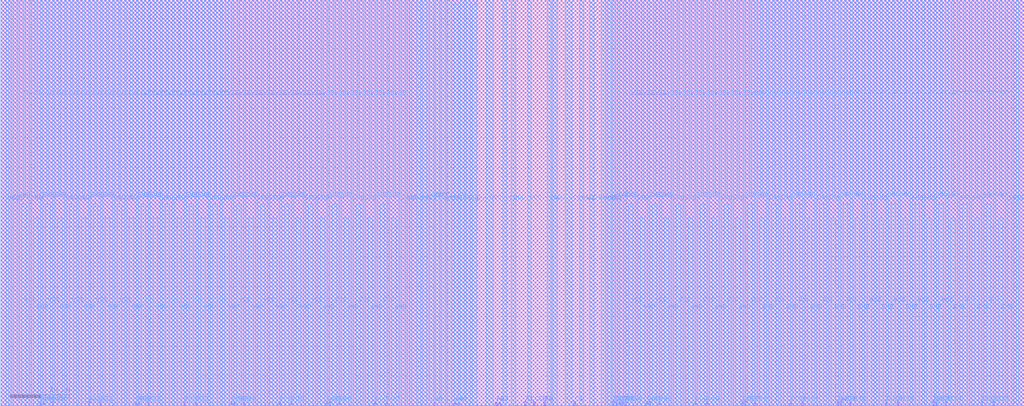
<source format=lef>
# ________________________________________________________________________________________________
# 
# 
#             Synchronous One-Port Register File Compiler
# 
#                 UMC 0.11um LL AE Logic Process
# 
# ________________________________________________________________________________________________
# 
#               
#         Copyright (C) 2024 Faraday Technology Corporation. All Rights Reserved.       
#                
#         This source code is an unpublished work belongs to Faraday Technology Corporation       
#         It is considered a trade secret and is not to be divulged or       
#         used by parties who have not received written authorization from       
#         Faraday Technology Corporation       
#                
#         Faraday's home page can be found at: http://www.faraday-tech.com/       
#                
# ________________________________________________________________________________________________
# 
#        IP Name            :  FSR0K_B_SY                
#        IP Version         :  1.4.0                     
#        IP Release Status  :  Active                    
#        Word               :  128                       
#        Bit                :  2                         
#        Byte               :  8                         
#        Mux                :  4                         
#        Output Loading     :  0.01                      
#        Clock Input Slew   :  0.016                     
#        Data Input Slew    :  0.016                     
#        Ring Type          :  Ringless Model            
#        Ring Width         :  0                         
#        Bus Format         :  0                         
#        Memaker Path       :  /home/mem/Desktop/memlib  
#        GUI Version        :  m20230904                 
#        Date               :  2024/09/10 14:30:15       
# ________________________________________________________________________________________________
# 

VERSION 5.5 ;
NAMESCASESENSITIVE ON ;
MACRO SYKB110_128X2X8CM4
CLASS BLOCK ;
FOREIGN SYKB110_128X2X8CM4 0.000 0.000 ;
ORIGIN 0.000 0.000 ;
SIZE 171.627 BY 68.179 ;
SYMMETRY x y r90 ;
SITE core ;
PIN VCC
  DIRECTION INOUT ;
  USE POWER ;
 PORT
  LAYER ME4 ;
  RECT 109.297 0.000 110.017 33.870 ;
 END
 PORT
  LAYER ME4 ;
  RECT 105.293 0.000 106.013 33.870 ;
 END
 PORT
  LAYER ME4 ;
  RECT 117.305 0.000 118.025 33.870 ;
 END
 PORT
  LAYER ME4 ;
  RECT 113.301 0.000 114.021 33.870 ;
 END
 PORT
  LAYER ME4 ;
  RECT 125.313 0.000 126.033 33.870 ;
 END
 PORT
  LAYER ME4 ;
  RECT 121.309 0.000 122.029 33.870 ;
 END
 PORT
  LAYER ME4 ;
  RECT 133.321 0.000 134.041 33.870 ;
 END
 PORT
  LAYER ME4 ;
  RECT 129.317 0.000 130.037 33.870 ;
 END
 PORT
  LAYER ME4 ;
  RECT 141.329 0.000 142.049 33.870 ;
 END
 PORT
  LAYER ME4 ;
  RECT 137.325 0.000 138.045 33.870 ;
 END
 PORT
  LAYER ME4 ;
  RECT 149.337 0.000 150.057 33.870 ;
 END
 PORT
  LAYER ME4 ;
  RECT 145.333 0.000 146.053 33.870 ;
 END
 PORT
  LAYER ME4 ;
  RECT 157.345 0.000 158.065 33.870 ;
 END
 PORT
  LAYER ME4 ;
  RECT 153.341 0.000 154.061 33.870 ;
 END
 PORT
  LAYER ME4 ;
  RECT 165.353 0.000 166.073 33.870 ;
 END
 PORT
  LAYER ME4 ;
  RECT 161.349 0.000 162.069 33.870 ;
 END
 PORT
  LAYER ME4 ;
  RECT 170.327 0.000 170.707 68.179 ;
 END
 PORT
  LAYER ME4 ;
  RECT 88.405 0.000 89.005 68.179 ;
 END
 PORT
  LAYER ME4 ;
  RECT 92.585 0.000 93.305 68.179 ;
 END
 PORT
  LAYER ME4 ;
  RECT 94.695 0.000 95.815 68.179 ;
 END
 PORT
  LAYER ME4 ;
  RECT 100.725 0.000 101.445 68.179 ;
 END
 PORT
  LAYER ME4 ;
  RECT 102.661 0.921 103.041 68.179 ;
 END
 PORT
  LAYER ME4 ;
  RECT 81.460 0.000 82.580 68.179 ;
 END
 PORT
  LAYER ME4 ;
  RECT 84.175 0.000 84.895 68.179 ;
 END
 PORT
  LAYER ME4 ;
  RECT 79.086 0.000 79.806 67.420 ;
 END
 PORT
  LAYER ME4 ;
  RECT 77.046 0.921 77.766 68.179 ;
 END
 PORT
  LAYER ME4 ;
  RECT 74.926 0.000 75.646 68.179 ;
 END
 PORT
  LAYER ME4 ;
  RECT 72.886 0.921 73.606 68.179 ;
 END
 PORT
  LAYER ME4 ;
  RECT 0.920 0.000 1.300 68.179 ;
 END
 PORT
  LAYER ME4 ;
  RECT 7.556 0.000 8.276 33.870 ;
 END
 PORT
  LAYER ME4 ;
  RECT 3.552 0.000 4.272 33.870 ;
 END
 PORT
  LAYER ME4 ;
  RECT 15.564 0.000 16.284 33.870 ;
 END
 PORT
  LAYER ME4 ;
  RECT 11.560 0.000 12.280 33.870 ;
 END
 PORT
  LAYER ME4 ;
  RECT 23.572 0.000 24.292 33.870 ;
 END
 PORT
  LAYER ME4 ;
  RECT 19.568 0.000 20.288 33.870 ;
 END
 PORT
  LAYER ME4 ;
  RECT 31.580 0.000 32.300 33.870 ;
 END
 PORT
  LAYER ME4 ;
  RECT 27.576 0.000 28.296 33.870 ;
 END
 PORT
  LAYER ME4 ;
  RECT 39.588 0.000 40.308 33.870 ;
 END
 PORT
  LAYER ME4 ;
  RECT 35.584 0.000 36.304 33.870 ;
 END
 PORT
  LAYER ME4 ;
  RECT 47.596 0.000 48.316 33.870 ;
 END
 PORT
  LAYER ME4 ;
  RECT 43.592 0.000 44.312 33.870 ;
 END
 PORT
  LAYER ME4 ;
  RECT 55.604 0.000 56.324 33.870 ;
 END
 PORT
  LAYER ME4 ;
  RECT 51.600 0.000 52.320 33.870 ;
 END
 PORT
  LAYER ME4 ;
  RECT 63.612 0.000 64.332 33.870 ;
 END
 PORT
  LAYER ME4 ;
  RECT 59.608 0.000 60.328 33.870 ;
 END
 PORT
  LAYER ME4 ;
  RECT 70.766 0.000 71.486 68.179 ;
 END
 PORT
  LAYER ME4 ;
  RECT 68.586 0.000 68.966 68.179 ;
 END
 PORT
  LAYER ME4 ;
  RECT 111.489 35.220 111.829 68.179 ;
 END
 PORT
  LAYER ME4 ;
  RECT 109.487 35.220 109.827 68.179 ;
 END
 PORT
  LAYER ME4 ;
  RECT 107.485 35.220 107.825 68.179 ;
 END
 PORT
  LAYER ME4 ;
  RECT 105.483 35.220 105.823 68.179 ;
 END
 PORT
  LAYER ME4 ;
  RECT 119.497 35.220 119.837 68.179 ;
 END
 PORT
  LAYER ME4 ;
  RECT 117.495 35.220 117.835 68.179 ;
 END
 PORT
  LAYER ME4 ;
  RECT 115.493 35.220 115.833 68.179 ;
 END
 PORT
  LAYER ME4 ;
  RECT 113.491 35.220 113.831 68.179 ;
 END
 PORT
  LAYER ME4 ;
  RECT 127.505 35.220 127.845 68.179 ;
 END
 PORT
  LAYER ME4 ;
  RECT 125.503 35.220 125.843 68.179 ;
 END
 PORT
  LAYER ME4 ;
  RECT 123.501 35.220 123.841 68.179 ;
 END
 PORT
  LAYER ME4 ;
  RECT 121.499 35.220 121.839 68.179 ;
 END
 PORT
  LAYER ME4 ;
  RECT 135.513 35.220 135.853 68.179 ;
 END
 PORT
  LAYER ME4 ;
  RECT 133.511 35.220 133.851 68.179 ;
 END
 PORT
  LAYER ME4 ;
  RECT 131.509 35.220 131.849 68.179 ;
 END
 PORT
  LAYER ME4 ;
  RECT 129.507 35.220 129.847 68.179 ;
 END
 PORT
  LAYER ME4 ;
  RECT 143.521 35.220 143.861 68.179 ;
 END
 PORT
  LAYER ME4 ;
  RECT 141.519 35.220 141.859 68.179 ;
 END
 PORT
  LAYER ME4 ;
  RECT 139.517 35.220 139.857 68.179 ;
 END
 PORT
  LAYER ME4 ;
  RECT 137.515 35.220 137.855 68.179 ;
 END
 PORT
  LAYER ME4 ;
  RECT 151.529 35.220 151.869 68.179 ;
 END
 PORT
  LAYER ME4 ;
  RECT 149.527 35.220 149.867 68.179 ;
 END
 PORT
  LAYER ME4 ;
  RECT 147.525 35.220 147.865 68.179 ;
 END
 PORT
  LAYER ME4 ;
  RECT 145.523 35.220 145.863 68.179 ;
 END
 PORT
  LAYER ME4 ;
  RECT 159.537 35.220 159.877 68.179 ;
 END
 PORT
  LAYER ME4 ;
  RECT 157.535 35.220 157.875 68.179 ;
 END
 PORT
  LAYER ME4 ;
  RECT 155.533 35.220 155.873 68.179 ;
 END
 PORT
  LAYER ME4 ;
  RECT 153.531 35.220 153.871 68.179 ;
 END
 PORT
  LAYER ME4 ;
  RECT 167.545 35.220 167.885 68.179 ;
 END
 PORT
  LAYER ME4 ;
  RECT 165.543 35.220 165.883 68.179 ;
 END
 PORT
  LAYER ME4 ;
  RECT 163.541 35.220 163.881 68.179 ;
 END
 PORT
  LAYER ME4 ;
  RECT 161.539 35.220 161.879 68.179 ;
 END
 PORT
  LAYER ME4 ;
  RECT 9.748 35.220 10.088 68.179 ;
 END
 PORT
  LAYER ME4 ;
  RECT 7.746 35.220 8.086 68.179 ;
 END
 PORT
  LAYER ME4 ;
  RECT 5.744 35.220 6.084 68.179 ;
 END
 PORT
  LAYER ME4 ;
  RECT 3.742 35.220 4.082 68.179 ;
 END
 PORT
  LAYER ME4 ;
  RECT 17.756 35.220 18.096 68.179 ;
 END
 PORT
  LAYER ME4 ;
  RECT 15.754 35.220 16.094 68.179 ;
 END
 PORT
  LAYER ME4 ;
  RECT 13.752 35.220 14.092 68.179 ;
 END
 PORT
  LAYER ME4 ;
  RECT 11.750 35.220 12.090 68.179 ;
 END
 PORT
  LAYER ME4 ;
  RECT 25.764 35.220 26.104 68.179 ;
 END
 PORT
  LAYER ME4 ;
  RECT 23.762 35.220 24.102 68.179 ;
 END
 PORT
  LAYER ME4 ;
  RECT 21.760 35.220 22.100 68.179 ;
 END
 PORT
  LAYER ME4 ;
  RECT 19.758 35.220 20.098 68.179 ;
 END
 PORT
  LAYER ME4 ;
  RECT 33.772 35.220 34.112 68.179 ;
 END
 PORT
  LAYER ME4 ;
  RECT 31.770 35.220 32.110 68.179 ;
 END
 PORT
  LAYER ME4 ;
  RECT 29.768 35.220 30.108 68.179 ;
 END
 PORT
  LAYER ME4 ;
  RECT 27.766 35.220 28.106 68.179 ;
 END
 PORT
  LAYER ME4 ;
  RECT 41.780 35.220 42.120 68.179 ;
 END
 PORT
  LAYER ME4 ;
  RECT 39.778 35.220 40.118 68.179 ;
 END
 PORT
  LAYER ME4 ;
  RECT 37.776 35.220 38.116 68.179 ;
 END
 PORT
  LAYER ME4 ;
  RECT 35.774 35.220 36.114 68.179 ;
 END
 PORT
  LAYER ME4 ;
  RECT 49.788 35.220 50.128 68.179 ;
 END
 PORT
  LAYER ME4 ;
  RECT 47.786 35.220 48.126 68.179 ;
 END
 PORT
  LAYER ME4 ;
  RECT 45.784 35.220 46.124 68.179 ;
 END
 PORT
  LAYER ME4 ;
  RECT 43.782 35.220 44.122 68.179 ;
 END
 PORT
  LAYER ME4 ;
  RECT 57.796 35.220 58.136 68.179 ;
 END
 PORT
  LAYER ME4 ;
  RECT 55.794 35.220 56.134 68.179 ;
 END
 PORT
  LAYER ME4 ;
  RECT 53.792 35.220 54.132 68.179 ;
 END
 PORT
  LAYER ME4 ;
  RECT 51.790 35.220 52.130 68.179 ;
 END
 PORT
  LAYER ME4 ;
  RECT 65.804 35.220 66.144 68.179 ;
 END
 PORT
  LAYER ME4 ;
  RECT 63.802 35.220 64.142 68.179 ;
 END
 PORT
  LAYER ME4 ;
  RECT 61.800 35.220 62.140 68.179 ;
 END
 PORT
  LAYER ME4 ;
  RECT 59.798 35.220 60.138 68.179 ;
 END
END VCC
PIN GND
  DIRECTION INOUT ;
  USE GROUND ;
 PORT
  LAYER ME4 ;
  RECT 104.482 0.921 104.822 68.179 ;
 END
 PORT
  LAYER ME4 ;
  RECT 111.299 0.000 112.019 31.570 ;
 END
 PORT
  LAYER ME4 ;
  RECT 112.490 0.000 112.830 68.179 ;
 END
 PORT
  LAYER ME4 ;
  RECT 106.484 0.000 106.824 68.179 ;
 END
 PORT
  LAYER ME4 ;
  RECT 107.295 0.000 108.015 31.570 ;
 END
 PORT
  LAYER ME4 ;
  RECT 108.486 0.921 108.826 68.179 ;
 END
 PORT
  LAYER ME4 ;
  RECT 110.488 0.921 110.828 68.179 ;
 END
 PORT
  LAYER ME4 ;
  RECT 119.307 0.000 120.027 31.570 ;
 END
 PORT
  LAYER ME4 ;
  RECT 120.498 0.000 120.838 68.179 ;
 END
 PORT
  LAYER ME4 ;
  RECT 114.492 0.000 114.832 68.179 ;
 END
 PORT
  LAYER ME4 ;
  RECT 115.303 0.000 116.023 31.570 ;
 END
 PORT
  LAYER ME4 ;
  RECT 116.494 0.921 116.834 68.179 ;
 END
 PORT
  LAYER ME4 ;
  RECT 118.496 0.921 118.836 68.179 ;
 END
 PORT
  LAYER ME4 ;
  RECT 127.315 0.000 128.035 31.570 ;
 END
 PORT
  LAYER ME4 ;
  RECT 128.506 0.000 128.846 68.179 ;
 END
 PORT
  LAYER ME4 ;
  RECT 122.500 0.000 122.840 68.179 ;
 END
 PORT
  LAYER ME4 ;
  RECT 123.311 0.000 124.031 31.570 ;
 END
 PORT
  LAYER ME4 ;
  RECT 124.502 0.921 124.842 68.179 ;
 END
 PORT
  LAYER ME4 ;
  RECT 126.504 0.921 126.844 68.179 ;
 END
 PORT
  LAYER ME4 ;
  RECT 135.323 0.000 136.043 31.570 ;
 END
 PORT
  LAYER ME4 ;
  RECT 136.514 0.000 136.854 68.179 ;
 END
 PORT
  LAYER ME4 ;
  RECT 130.508 0.000 130.848 68.179 ;
 END
 PORT
  LAYER ME4 ;
  RECT 131.319 0.000 132.039 31.570 ;
 END
 PORT
  LAYER ME4 ;
  RECT 132.510 0.921 132.850 68.179 ;
 END
 PORT
  LAYER ME4 ;
  RECT 134.512 0.921 134.852 68.179 ;
 END
 PORT
  LAYER ME4 ;
  RECT 143.331 0.000 144.051 31.570 ;
 END
 PORT
  LAYER ME4 ;
  RECT 144.522 0.000 144.862 68.179 ;
 END
 PORT
  LAYER ME4 ;
  RECT 138.516 0.000 138.856 68.179 ;
 END
 PORT
  LAYER ME4 ;
  RECT 139.327 0.000 140.047 31.570 ;
 END
 PORT
  LAYER ME4 ;
  RECT 140.518 0.921 140.858 68.179 ;
 END
 PORT
  LAYER ME4 ;
  RECT 142.520 0.921 142.860 68.179 ;
 END
 PORT
  LAYER ME4 ;
  RECT 151.339 0.000 152.059 31.570 ;
 END
 PORT
  LAYER ME4 ;
  RECT 152.530 0.000 152.870 68.179 ;
 END
 PORT
  LAYER ME4 ;
  RECT 146.524 0.000 146.864 68.179 ;
 END
 PORT
  LAYER ME4 ;
  RECT 147.335 0.000 148.055 31.570 ;
 END
 PORT
  LAYER ME4 ;
  RECT 148.526 0.921 148.866 68.179 ;
 END
 PORT
  LAYER ME4 ;
  RECT 150.528 0.921 150.868 68.179 ;
 END
 PORT
  LAYER ME4 ;
  RECT 159.347 0.000 160.067 31.570 ;
 END
 PORT
  LAYER ME4 ;
  RECT 160.538 0.000 160.878 68.179 ;
 END
 PORT
  LAYER ME4 ;
  RECT 154.532 0.000 154.872 68.179 ;
 END
 PORT
  LAYER ME4 ;
  RECT 155.343 0.000 156.063 31.570 ;
 END
 PORT
  LAYER ME4 ;
  RECT 156.534 0.921 156.874 68.179 ;
 END
 PORT
  LAYER ME4 ;
  RECT 158.536 0.921 158.876 68.179 ;
 END
 PORT
  LAYER ME4 ;
  RECT 167.355 0.000 168.075 31.570 ;
 END
 PORT
  LAYER ME4 ;
  RECT 168.546 0.000 168.886 68.179 ;
 END
 PORT
  LAYER ME4 ;
  RECT 162.540 0.000 162.880 68.179 ;
 END
 PORT
  LAYER ME4 ;
  RECT 163.351 0.000 164.071 31.570 ;
 END
 PORT
  LAYER ME4 ;
  RECT 164.542 0.921 164.882 68.179 ;
 END
 PORT
  LAYER ME4 ;
  RECT 166.544 0.921 166.884 68.179 ;
 END
 PORT
  LAYER ME4 ;
  RECT 169.547 0.000 169.887 68.179 ;
 END
 PORT
  LAYER ME4 ;
  RECT 85.625 0.000 86.345 68.179 ;
 END
 PORT
  LAYER ME4 ;
  RECT 91.619 0.000 92.339 68.179 ;
 END
 PORT
  LAYER ME4 ;
  RECT 97.090 0.000 97.810 68.179 ;
 END
 PORT
  LAYER ME4 ;
  RECT 98.805 0.000 99.525 68.179 ;
 END
 PORT
  LAYER ME4 ;
  RECT 101.801 0.000 102.401 68.179 ;
 END
 PORT
  LAYER ME4 ;
  RECT 103.481 0.921 103.821 68.179 ;
 END
 PORT
  LAYER ME4 ;
  RECT 78.066 0.000 78.786 68.179 ;
 END
 PORT
  LAYER ME4 ;
  RECT 76.026 0.921 76.746 67.420 ;
 END
 PORT
  LAYER ME4 ;
  RECT 73.906 0.000 74.626 68.179 ;
 END
 PORT
  LAYER ME4 ;
  RECT 71.866 0.921 72.586 68.179 ;
 END
 PORT
  LAYER ME4 ;
  RECT 1.740 0.000 2.080 68.179 ;
 END
 PORT
  LAYER ME4 ;
  RECT 2.741 0.921 3.081 68.179 ;
 END
 PORT
  LAYER ME4 ;
  RECT 9.558 0.000 10.278 31.570 ;
 END
 PORT
  LAYER ME4 ;
  RECT 10.749 0.000 11.089 68.179 ;
 END
 PORT
  LAYER ME4 ;
  RECT 4.743 0.000 5.083 68.179 ;
 END
 PORT
  LAYER ME4 ;
  RECT 5.554 0.000 6.274 31.570 ;
 END
 PORT
  LAYER ME4 ;
  RECT 6.745 0.921 7.085 68.179 ;
 END
 PORT
  LAYER ME4 ;
  RECT 8.747 0.921 9.087 68.179 ;
 END
 PORT
  LAYER ME4 ;
  RECT 17.566 0.000 18.286 31.570 ;
 END
 PORT
  LAYER ME4 ;
  RECT 18.757 0.000 19.097 68.179 ;
 END
 PORT
  LAYER ME4 ;
  RECT 12.751 0.000 13.091 68.179 ;
 END
 PORT
  LAYER ME4 ;
  RECT 13.562 0.000 14.282 31.570 ;
 END
 PORT
  LAYER ME4 ;
  RECT 14.753 0.921 15.093 68.179 ;
 END
 PORT
  LAYER ME4 ;
  RECT 16.755 0.921 17.095 68.179 ;
 END
 PORT
  LAYER ME4 ;
  RECT 25.574 0.000 26.294 31.570 ;
 END
 PORT
  LAYER ME4 ;
  RECT 26.765 0.000 27.105 68.179 ;
 END
 PORT
  LAYER ME4 ;
  RECT 20.759 0.000 21.099 68.179 ;
 END
 PORT
  LAYER ME4 ;
  RECT 21.570 0.000 22.290 31.570 ;
 END
 PORT
  LAYER ME4 ;
  RECT 22.761 0.921 23.101 68.179 ;
 END
 PORT
  LAYER ME4 ;
  RECT 24.763 0.921 25.103 68.179 ;
 END
 PORT
  LAYER ME4 ;
  RECT 33.582 0.000 34.302 31.570 ;
 END
 PORT
  LAYER ME4 ;
  RECT 34.773 0.000 35.113 68.179 ;
 END
 PORT
  LAYER ME4 ;
  RECT 28.767 0.000 29.107 68.179 ;
 END
 PORT
  LAYER ME4 ;
  RECT 29.578 0.000 30.298 31.570 ;
 END
 PORT
  LAYER ME4 ;
  RECT 30.769 0.921 31.109 68.179 ;
 END
 PORT
  LAYER ME4 ;
  RECT 32.771 0.921 33.111 68.179 ;
 END
 PORT
  LAYER ME4 ;
  RECT 41.590 0.000 42.310 31.570 ;
 END
 PORT
  LAYER ME4 ;
  RECT 42.781 0.000 43.121 68.179 ;
 END
 PORT
  LAYER ME4 ;
  RECT 36.775 0.000 37.115 68.179 ;
 END
 PORT
  LAYER ME4 ;
  RECT 37.586 0.000 38.306 31.570 ;
 END
 PORT
  LAYER ME4 ;
  RECT 38.777 0.921 39.117 68.179 ;
 END
 PORT
  LAYER ME4 ;
  RECT 40.779 0.921 41.119 68.179 ;
 END
 PORT
  LAYER ME4 ;
  RECT 49.598 0.000 50.318 31.570 ;
 END
 PORT
  LAYER ME4 ;
  RECT 50.789 0.000 51.129 68.179 ;
 END
 PORT
  LAYER ME4 ;
  RECT 44.783 0.000 45.123 68.179 ;
 END
 PORT
  LAYER ME4 ;
  RECT 45.594 0.000 46.314 31.570 ;
 END
 PORT
  LAYER ME4 ;
  RECT 46.785 0.921 47.125 68.179 ;
 END
 PORT
  LAYER ME4 ;
  RECT 48.787 0.921 49.127 68.179 ;
 END
 PORT
  LAYER ME4 ;
  RECT 57.606 0.000 58.326 31.570 ;
 END
 PORT
  LAYER ME4 ;
  RECT 58.797 0.000 59.137 68.179 ;
 END
 PORT
  LAYER ME4 ;
  RECT 52.791 0.000 53.131 68.179 ;
 END
 PORT
  LAYER ME4 ;
  RECT 53.602 0.000 54.322 31.570 ;
 END
 PORT
  LAYER ME4 ;
  RECT 54.793 0.921 55.133 68.179 ;
 END
 PORT
  LAYER ME4 ;
  RECT 56.795 0.921 57.135 68.179 ;
 END
 PORT
  LAYER ME4 ;
  RECT 65.614 0.000 66.334 31.570 ;
 END
 PORT
  LAYER ME4 ;
  RECT 66.805 0.000 67.145 68.179 ;
 END
 PORT
  LAYER ME4 ;
  RECT 60.799 0.000 61.139 68.179 ;
 END
 PORT
  LAYER ME4 ;
  RECT 61.610 0.000 62.330 31.570 ;
 END
 PORT
  LAYER ME4 ;
  RECT 62.801 0.921 63.141 68.179 ;
 END
 PORT
  LAYER ME4 ;
  RECT 64.803 0.921 65.143 68.179 ;
 END
 PORT
  LAYER ME4 ;
  RECT 69.746 0.000 70.466 68.179 ;
 END
 PORT
  LAYER ME4 ;
  RECT 67.806 0.000 68.146 68.179 ;
 END
END GND
PIN DI7
  DIRECTION INPUT ;
 PORT
  LAYER ME4 ;
  RECT 64.662 0.000 64.942 0.720 ;
  LAYER ME3 ;
  RECT 64.662 0.000 64.942 0.720 ;
  LAYER ME2 ;
  RECT 64.662 0.000 64.942 0.720 ;
  LAYER ME1 ;
  RECT 64.662 0.000 64.942 0.720 ;
 END
 ANTENNAPARTIALMETALAREA                  0.805 LAYER ME1 ;
 ANTENNAGATEAREA                          0.072 LAYER ME1 ;
 ANTENNAGATEAREA                          0.072 LAYER ME2 ;
 ANTENNAGATEAREA                          0.072 LAYER ME3 ;
 ANTENNAGATEAREA                          0.072 LAYER ME4 ;
 ANTENNADIFFAREA                          0.218 LAYER ME1 ;
 ANTENNADIFFAREA                          0.218 LAYER ME2 ;
 ANTENNADIFFAREA                          0.218 LAYER ME3 ;
 ANTENNADIFFAREA                          0.218 LAYER ME4 ;
 ANTENNAMAXAREACAR                       13.984 LAYER ME1 ;
 ANTENNAMAXAREACAR                       16.784 LAYER ME2 ;
 ANTENNAMAXAREACAR                       19.584 LAYER ME3 ;
 ANTENNAMAXAREACAR                       22.384 LAYER ME4 ;
END DI7
PIN DO7
  DIRECTION OUTPUT ;
 PORT
  LAYER ME4 ;
  RECT 62.684 0.000 62.964 0.720 ;
  LAYER ME3 ;
  RECT 62.684 0.000 62.964 0.720 ;
  LAYER ME2 ;
  RECT 62.684 0.000 62.964 0.720 ;
  LAYER ME1 ;
  RECT 62.684 0.000 62.964 0.720 ;
 END
 ANTENNAPARTIALMETALAREA                  2.030 LAYER ME2 ;
 ANTENNADIFFAREA                          1.293 LAYER ME2 ;
 ANTENNADIFFAREA                          1.293 LAYER ME3 ;
 ANTENNADIFFAREA                          1.293 LAYER ME4 ;
END DO7
PIN DI6
  DIRECTION INPUT ;
 PORT
  LAYER ME4 ;
  RECT 56.654 0.000 56.934 0.720 ;
  LAYER ME3 ;
  RECT 56.654 0.000 56.934 0.720 ;
  LAYER ME2 ;
  RECT 56.654 0.000 56.934 0.720 ;
  LAYER ME1 ;
  RECT 56.654 0.000 56.934 0.720 ;
 END
 ANTENNAPARTIALMETALAREA                  0.522 LAYER ME1 ;
 ANTENNAGATEAREA                          0.072 LAYER ME1 ;
 ANTENNAGATEAREA                          0.072 LAYER ME2 ;
 ANTENNAGATEAREA                          0.072 LAYER ME3 ;
 ANTENNAGATEAREA                          0.072 LAYER ME4 ;
 ANTENNADIFFAREA                          0.218 LAYER ME1 ;
 ANTENNADIFFAREA                          0.218 LAYER ME2 ;
 ANTENNADIFFAREA                          0.218 LAYER ME3 ;
 ANTENNADIFFAREA                          0.218 LAYER ME4 ;
 ANTENNAMAXAREACAR                       10.048 LAYER ME1 ;
 ANTENNAMAXAREACAR                       12.848 LAYER ME2 ;
 ANTENNAMAXAREACAR                       15.648 LAYER ME3 ;
 ANTENNAMAXAREACAR                       18.448 LAYER ME4 ;
END DI6
PIN DO6
  DIRECTION OUTPUT ;
 PORT
  LAYER ME4 ;
  RECT 54.596 0.000 54.876 0.720 ;
  LAYER ME3 ;
  RECT 54.596 0.000 54.876 0.720 ;
  LAYER ME2 ;
  RECT 54.596 0.000 54.876 0.720 ;
  LAYER ME1 ;
  RECT 54.596 0.000 54.876 0.720 ;
 END
 ANTENNAPARTIALMETALAREA                  2.030 LAYER ME2 ;
 ANTENNADIFFAREA                          1.293 LAYER ME2 ;
 ANTENNADIFFAREA                          1.293 LAYER ME3 ;
 ANTENNADIFFAREA                          1.293 LAYER ME4 ;
END DO6
PIN WEB3
  DIRECTION INPUT ;
 PORT
  LAYER ME4 ;
  RECT 55.076 0.000 55.356 0.720 ;
  LAYER ME3 ;
  RECT 55.076 0.000 55.356 0.720 ;
  LAYER ME2 ;
  RECT 55.076 0.000 55.356 0.720 ;
  LAYER ME1 ;
  RECT 55.076 0.000 55.356 0.720 ;
 END
 ANTENNAPARTIALMETALAREA                  0.436 LAYER ME2 ;
 ANTENNAGATEAREA                          0.288 LAYER ME2 ;
 ANTENNAGATEAREA                          0.288 LAYER ME3 ;
 ANTENNAGATEAREA                          0.288 LAYER ME4 ;
 ANTENNADIFFAREA                          0.218 LAYER ME2 ;
 ANTENNADIFFAREA                          0.218 LAYER ME3 ;
 ANTENNADIFFAREA                          0.218 LAYER ME4 ;
 ANTENNAMAXAREACAR                        4.602 LAYER ME2 ;
 ANTENNAMAXAREACAR                        5.302 LAYER ME3 ;
 ANTENNAMAXAREACAR                        6.002 LAYER ME4 ;
END WEB3
PIN DI5
  DIRECTION INPUT ;
 PORT
  LAYER ME4 ;
  RECT 48.646 0.000 48.926 0.720 ;
  LAYER ME3 ;
  RECT 48.646 0.000 48.926 0.720 ;
  LAYER ME2 ;
  RECT 48.646 0.000 48.926 0.720 ;
  LAYER ME1 ;
  RECT 48.646 0.000 48.926 0.720 ;
 END
 ANTENNAPARTIALMETALAREA                  0.805 LAYER ME1 ;
 ANTENNAGATEAREA                          0.072 LAYER ME1 ;
 ANTENNAGATEAREA                          0.072 LAYER ME2 ;
 ANTENNAGATEAREA                          0.072 LAYER ME3 ;
 ANTENNAGATEAREA                          0.072 LAYER ME4 ;
 ANTENNADIFFAREA                          0.218 LAYER ME1 ;
 ANTENNADIFFAREA                          0.218 LAYER ME2 ;
 ANTENNADIFFAREA                          0.218 LAYER ME3 ;
 ANTENNADIFFAREA                          0.218 LAYER ME4 ;
 ANTENNAMAXAREACAR                       13.984 LAYER ME1 ;
 ANTENNAMAXAREACAR                       16.784 LAYER ME2 ;
 ANTENNAMAXAREACAR                       19.584 LAYER ME3 ;
 ANTENNAMAXAREACAR                       22.384 LAYER ME4 ;
END DI5
PIN DO5
  DIRECTION OUTPUT ;
 PORT
  LAYER ME4 ;
  RECT 46.668 0.000 46.948 0.720 ;
  LAYER ME3 ;
  RECT 46.668 0.000 46.948 0.720 ;
  LAYER ME2 ;
  RECT 46.668 0.000 46.948 0.720 ;
  LAYER ME1 ;
  RECT 46.668 0.000 46.948 0.720 ;
 END
 ANTENNAPARTIALMETALAREA                  2.030 LAYER ME2 ;
 ANTENNADIFFAREA                          1.293 LAYER ME2 ;
 ANTENNADIFFAREA                          1.293 LAYER ME3 ;
 ANTENNADIFFAREA                          1.293 LAYER ME4 ;
END DO5
PIN DI4
  DIRECTION INPUT ;
 PORT
  LAYER ME4 ;
  RECT 40.638 0.000 40.918 0.720 ;
  LAYER ME3 ;
  RECT 40.638 0.000 40.918 0.720 ;
  LAYER ME2 ;
  RECT 40.638 0.000 40.918 0.720 ;
  LAYER ME1 ;
  RECT 40.638 0.000 40.918 0.720 ;
 END
 ANTENNAPARTIALMETALAREA                  0.522 LAYER ME1 ;
 ANTENNAGATEAREA                          0.072 LAYER ME1 ;
 ANTENNAGATEAREA                          0.072 LAYER ME2 ;
 ANTENNAGATEAREA                          0.072 LAYER ME3 ;
 ANTENNAGATEAREA                          0.072 LAYER ME4 ;
 ANTENNADIFFAREA                          0.218 LAYER ME1 ;
 ANTENNADIFFAREA                          0.218 LAYER ME2 ;
 ANTENNADIFFAREA                          0.218 LAYER ME3 ;
 ANTENNADIFFAREA                          0.218 LAYER ME4 ;
 ANTENNAMAXAREACAR                       10.048 LAYER ME1 ;
 ANTENNAMAXAREACAR                       12.848 LAYER ME2 ;
 ANTENNAMAXAREACAR                       15.648 LAYER ME3 ;
 ANTENNAMAXAREACAR                       18.448 LAYER ME4 ;
END DI4
PIN DO4
  DIRECTION OUTPUT ;
 PORT
  LAYER ME4 ;
  RECT 38.580 0.000 38.860 0.720 ;
  LAYER ME3 ;
  RECT 38.580 0.000 38.860 0.720 ;
  LAYER ME2 ;
  RECT 38.580 0.000 38.860 0.720 ;
  LAYER ME1 ;
  RECT 38.580 0.000 38.860 0.720 ;
 END
 ANTENNAPARTIALMETALAREA                  2.030 LAYER ME2 ;
 ANTENNADIFFAREA                          1.293 LAYER ME2 ;
 ANTENNADIFFAREA                          1.293 LAYER ME3 ;
 ANTENNADIFFAREA                          1.293 LAYER ME4 ;
END DO4
PIN WEB2
  DIRECTION INPUT ;
 PORT
  LAYER ME4 ;
  RECT 39.060 0.000 39.340 0.720 ;
  LAYER ME3 ;
  RECT 39.060 0.000 39.340 0.720 ;
  LAYER ME2 ;
  RECT 39.060 0.000 39.340 0.720 ;
  LAYER ME1 ;
  RECT 39.060 0.000 39.340 0.720 ;
 END
 ANTENNAPARTIALMETALAREA                  0.436 LAYER ME2 ;
 ANTENNAGATEAREA                          0.288 LAYER ME2 ;
 ANTENNAGATEAREA                          0.288 LAYER ME3 ;
 ANTENNAGATEAREA                          0.288 LAYER ME4 ;
 ANTENNADIFFAREA                          0.218 LAYER ME2 ;
 ANTENNADIFFAREA                          0.218 LAYER ME3 ;
 ANTENNADIFFAREA                          0.218 LAYER ME4 ;
 ANTENNAMAXAREACAR                        4.602 LAYER ME2 ;
 ANTENNAMAXAREACAR                        5.302 LAYER ME3 ;
 ANTENNAMAXAREACAR                        6.002 LAYER ME4 ;
END WEB2
PIN DI3
  DIRECTION INPUT ;
 PORT
  LAYER ME4 ;
  RECT 32.630 0.000 32.910 0.720 ;
  LAYER ME3 ;
  RECT 32.630 0.000 32.910 0.720 ;
  LAYER ME2 ;
  RECT 32.630 0.000 32.910 0.720 ;
  LAYER ME1 ;
  RECT 32.630 0.000 32.910 0.720 ;
 END
 ANTENNAPARTIALMETALAREA                  0.805 LAYER ME1 ;
 ANTENNAGATEAREA                          0.072 LAYER ME1 ;
 ANTENNAGATEAREA                          0.072 LAYER ME2 ;
 ANTENNAGATEAREA                          0.072 LAYER ME3 ;
 ANTENNAGATEAREA                          0.072 LAYER ME4 ;
 ANTENNADIFFAREA                          0.218 LAYER ME1 ;
 ANTENNADIFFAREA                          0.218 LAYER ME2 ;
 ANTENNADIFFAREA                          0.218 LAYER ME3 ;
 ANTENNADIFFAREA                          0.218 LAYER ME4 ;
 ANTENNAMAXAREACAR                       13.984 LAYER ME1 ;
 ANTENNAMAXAREACAR                       16.784 LAYER ME2 ;
 ANTENNAMAXAREACAR                       19.584 LAYER ME3 ;
 ANTENNAMAXAREACAR                       22.384 LAYER ME4 ;
END DI3
PIN DO3
  DIRECTION OUTPUT ;
 PORT
  LAYER ME4 ;
  RECT 30.652 0.000 30.932 0.720 ;
  LAYER ME3 ;
  RECT 30.652 0.000 30.932 0.720 ;
  LAYER ME2 ;
  RECT 30.652 0.000 30.932 0.720 ;
  LAYER ME1 ;
  RECT 30.652 0.000 30.932 0.720 ;
 END
 ANTENNAPARTIALMETALAREA                  2.030 LAYER ME2 ;
 ANTENNADIFFAREA                          1.293 LAYER ME2 ;
 ANTENNADIFFAREA                          1.293 LAYER ME3 ;
 ANTENNADIFFAREA                          1.293 LAYER ME4 ;
END DO3
PIN DI2
  DIRECTION INPUT ;
 PORT
  LAYER ME4 ;
  RECT 24.622 0.000 24.902 0.720 ;
  LAYER ME3 ;
  RECT 24.622 0.000 24.902 0.720 ;
  LAYER ME2 ;
  RECT 24.622 0.000 24.902 0.720 ;
  LAYER ME1 ;
  RECT 24.622 0.000 24.902 0.720 ;
 END
 ANTENNAPARTIALMETALAREA                  0.522 LAYER ME1 ;
 ANTENNAGATEAREA                          0.072 LAYER ME1 ;
 ANTENNAGATEAREA                          0.072 LAYER ME2 ;
 ANTENNAGATEAREA                          0.072 LAYER ME3 ;
 ANTENNAGATEAREA                          0.072 LAYER ME4 ;
 ANTENNADIFFAREA                          0.218 LAYER ME1 ;
 ANTENNADIFFAREA                          0.218 LAYER ME2 ;
 ANTENNADIFFAREA                          0.218 LAYER ME3 ;
 ANTENNADIFFAREA                          0.218 LAYER ME4 ;
 ANTENNAMAXAREACAR                       10.048 LAYER ME1 ;
 ANTENNAMAXAREACAR                       12.848 LAYER ME2 ;
 ANTENNAMAXAREACAR                       15.648 LAYER ME3 ;
 ANTENNAMAXAREACAR                       18.448 LAYER ME4 ;
END DI2
PIN DO2
  DIRECTION OUTPUT ;
 PORT
  LAYER ME4 ;
  RECT 22.564 0.000 22.844 0.720 ;
  LAYER ME3 ;
  RECT 22.564 0.000 22.844 0.720 ;
  LAYER ME2 ;
  RECT 22.564 0.000 22.844 0.720 ;
  LAYER ME1 ;
  RECT 22.564 0.000 22.844 0.720 ;
 END
 ANTENNAPARTIALMETALAREA                  2.030 LAYER ME2 ;
 ANTENNADIFFAREA                          1.293 LAYER ME2 ;
 ANTENNADIFFAREA                          1.293 LAYER ME3 ;
 ANTENNADIFFAREA                          1.293 LAYER ME4 ;
END DO2
PIN WEB1
  DIRECTION INPUT ;
 PORT
  LAYER ME4 ;
  RECT 23.044 0.000 23.324 0.720 ;
  LAYER ME3 ;
  RECT 23.044 0.000 23.324 0.720 ;
  LAYER ME2 ;
  RECT 23.044 0.000 23.324 0.720 ;
  LAYER ME1 ;
  RECT 23.044 0.000 23.324 0.720 ;
 END
 ANTENNAPARTIALMETALAREA                  0.436 LAYER ME2 ;
 ANTENNAGATEAREA                          0.288 LAYER ME2 ;
 ANTENNAGATEAREA                          0.288 LAYER ME3 ;
 ANTENNAGATEAREA                          0.288 LAYER ME4 ;
 ANTENNADIFFAREA                          0.218 LAYER ME2 ;
 ANTENNADIFFAREA                          0.218 LAYER ME3 ;
 ANTENNADIFFAREA                          0.218 LAYER ME4 ;
 ANTENNAMAXAREACAR                        4.602 LAYER ME2 ;
 ANTENNAMAXAREACAR                        5.302 LAYER ME3 ;
 ANTENNAMAXAREACAR                        6.002 LAYER ME4 ;
END WEB1
PIN DI1
  DIRECTION INPUT ;
 PORT
  LAYER ME4 ;
  RECT 16.614 0.000 16.894 0.720 ;
  LAYER ME3 ;
  RECT 16.614 0.000 16.894 0.720 ;
  LAYER ME2 ;
  RECT 16.614 0.000 16.894 0.720 ;
  LAYER ME1 ;
  RECT 16.614 0.000 16.894 0.720 ;
 END
 ANTENNAPARTIALMETALAREA                  0.805 LAYER ME1 ;
 ANTENNAGATEAREA                          0.072 LAYER ME1 ;
 ANTENNAGATEAREA                          0.072 LAYER ME2 ;
 ANTENNAGATEAREA                          0.072 LAYER ME3 ;
 ANTENNAGATEAREA                          0.072 LAYER ME4 ;
 ANTENNADIFFAREA                          0.218 LAYER ME1 ;
 ANTENNADIFFAREA                          0.218 LAYER ME2 ;
 ANTENNADIFFAREA                          0.218 LAYER ME3 ;
 ANTENNADIFFAREA                          0.218 LAYER ME4 ;
 ANTENNAMAXAREACAR                       13.984 LAYER ME1 ;
 ANTENNAMAXAREACAR                       16.784 LAYER ME2 ;
 ANTENNAMAXAREACAR                       19.584 LAYER ME3 ;
 ANTENNAMAXAREACAR                       22.384 LAYER ME4 ;
END DI1
PIN DO1
  DIRECTION OUTPUT ;
 PORT
  LAYER ME4 ;
  RECT 14.636 0.000 14.916 0.720 ;
  LAYER ME3 ;
  RECT 14.636 0.000 14.916 0.720 ;
  LAYER ME2 ;
  RECT 14.636 0.000 14.916 0.720 ;
  LAYER ME1 ;
  RECT 14.636 0.000 14.916 0.720 ;
 END
 ANTENNAPARTIALMETALAREA                  2.030 LAYER ME2 ;
 ANTENNADIFFAREA                          1.293 LAYER ME2 ;
 ANTENNADIFFAREA                          1.293 LAYER ME3 ;
 ANTENNADIFFAREA                          1.293 LAYER ME4 ;
END DO1
PIN DI0
  DIRECTION INPUT ;
 PORT
  LAYER ME4 ;
  RECT 8.606 0.000 8.886 0.720 ;
  LAYER ME3 ;
  RECT 8.606 0.000 8.886 0.720 ;
  LAYER ME2 ;
  RECT 8.606 0.000 8.886 0.720 ;
  LAYER ME1 ;
  RECT 8.606 0.000 8.886 0.720 ;
 END
 ANTENNAPARTIALMETALAREA                  0.522 LAYER ME1 ;
 ANTENNAGATEAREA                          0.072 LAYER ME1 ;
 ANTENNAGATEAREA                          0.072 LAYER ME2 ;
 ANTENNAGATEAREA                          0.072 LAYER ME3 ;
 ANTENNAGATEAREA                          0.072 LAYER ME4 ;
 ANTENNADIFFAREA                          0.218 LAYER ME1 ;
 ANTENNADIFFAREA                          0.218 LAYER ME2 ;
 ANTENNADIFFAREA                          0.218 LAYER ME3 ;
 ANTENNADIFFAREA                          0.218 LAYER ME4 ;
 ANTENNAMAXAREACAR                       10.048 LAYER ME1 ;
 ANTENNAMAXAREACAR                       12.848 LAYER ME2 ;
 ANTENNAMAXAREACAR                       15.648 LAYER ME3 ;
 ANTENNAMAXAREACAR                       18.448 LAYER ME4 ;
END DI0
PIN DO0
  DIRECTION OUTPUT ;
 PORT
  LAYER ME4 ;
  RECT 6.548 0.000 6.828 0.720 ;
  LAYER ME3 ;
  RECT 6.548 0.000 6.828 0.720 ;
  LAYER ME2 ;
  RECT 6.548 0.000 6.828 0.720 ;
  LAYER ME1 ;
  RECT 6.548 0.000 6.828 0.720 ;
 END
 ANTENNAPARTIALMETALAREA                  2.030 LAYER ME2 ;
 ANTENNADIFFAREA                          1.293 LAYER ME2 ;
 ANTENNADIFFAREA                          1.293 LAYER ME3 ;
 ANTENNADIFFAREA                          1.293 LAYER ME4 ;
END DO0
PIN WEB0
  DIRECTION INPUT ;
 PORT
  LAYER ME4 ;
  RECT 7.028 0.000 7.308 0.720 ;
  LAYER ME3 ;
  RECT 7.028 0.000 7.308 0.720 ;
  LAYER ME2 ;
  RECT 7.028 0.000 7.308 0.720 ;
  LAYER ME1 ;
  RECT 7.028 0.000 7.308 0.720 ;
 END
 ANTENNAPARTIALMETALAREA                  0.436 LAYER ME2 ;
 ANTENNAGATEAREA                          0.288 LAYER ME2 ;
 ANTENNAGATEAREA                          0.288 LAYER ME3 ;
 ANTENNAGATEAREA                          0.288 LAYER ME4 ;
 ANTENNADIFFAREA                          0.218 LAYER ME2 ;
 ANTENNADIFFAREA                          0.218 LAYER ME3 ;
 ANTENNADIFFAREA                          0.218 LAYER ME4 ;
 ANTENNAMAXAREACAR                        4.602 LAYER ME2 ;
 ANTENNAMAXAREACAR                        5.302 LAYER ME3 ;
 ANTENNAMAXAREACAR                        6.002 LAYER ME4 ;
END WEB0
PIN A2
  DIRECTION INPUT ;
 PORT
  LAYER ME3 ;
  RECT 82.948 0.000 83.268 0.600 ;
  LAYER ME2 ;
  RECT 82.948 0.000 83.268 0.600 ;
  LAYER ME1 ;
  RECT 82.948 0.000 83.268 0.600 ;
 END
 ANTENNAPARTIALMETALAREA                  1.067 LAYER ME2 ;
 ANTENNAGATEAREA                          0.144 LAYER ME2 ;
 ANTENNAGATEAREA                          0.144 LAYER ME3 ;
 ANTENNADIFFAREA                          0.218 LAYER ME2 ;
 ANTENNADIFFAREA                          0.218 LAYER ME3 ;
 ANTENNAMAXAREACAR                        9.746 LAYER ME2 ;
 ANTENNAMAXAREACAR                       11.079 LAYER ME3 ;
END A2
PIN A3
  DIRECTION INPUT ;
 PORT
  LAYER ME3 ;
  RECT 83.535 0.000 83.855 0.600 ;
  LAYER ME2 ;
  RECT 83.535 0.000 83.855 0.600 ;
  LAYER ME1 ;
  RECT 83.535 0.000 83.855 0.600 ;
 END
 ANTENNAPARTIALMETALAREA                  1.188 LAYER ME2 ;
 ANTENNAGATEAREA                          0.144 LAYER ME2 ;
 ANTENNAGATEAREA                          0.144 LAYER ME3 ;
 ANTENNADIFFAREA                          0.218 LAYER ME2 ;
 ANTENNADIFFAREA                          0.218 LAYER ME3 ;
 ANTENNAMAXAREACAR                       10.582 LAYER ME2 ;
 ANTENNAMAXAREACAR                       11.915 LAYER ME3 ;
END A3
PIN A4
  DIRECTION INPUT ;
 PORT
  LAYER ME4 ;
  RECT 76.696 0.000 77.016 0.600 ;
  LAYER ME3 ;
  RECT 76.696 0.000 77.016 0.600 ;
  LAYER ME2 ;
  RECT 76.696 0.000 77.016 0.600 ;
  LAYER ME1 ;
  RECT 76.696 0.000 77.016 0.600 ;
 END
 ANTENNAPARTIALMETALAREA                  1.910 LAYER ME2 ;
 ANTENNAGATEAREA                          0.180 LAYER ME2 ;
 ANTENNAGATEAREA                          0.180 LAYER ME3 ;
 ANTENNAGATEAREA                          0.180 LAYER ME4 ;
 ANTENNADIFFAREA                          0.218 LAYER ME2 ;
 ANTENNADIFFAREA                          0.218 LAYER ME3 ;
 ANTENNADIFFAREA                          0.218 LAYER ME4 ;
 ANTENNAMAXAREACAR                       13.456 LAYER ME2 ;
 ANTENNAMAXAREACAR                       14.522 LAYER ME3 ;
 ANTENNAMAXAREACAR                       15.589 LAYER ME4 ;
END A4
PIN A5
  DIRECTION INPUT ;
 PORT
  LAYER ME4 ;
  RECT 76.076 0.000 76.396 0.600 ;
  LAYER ME3 ;
  RECT 76.076 0.000 76.396 0.600 ;
  LAYER ME2 ;
  RECT 76.076 0.000 76.396 0.600 ;
  LAYER ME1 ;
  RECT 76.076 0.000 76.396 0.600 ;
 END
 ANTENNAPARTIALMETALAREA                  1.447 LAYER ME2 ;
 ANTENNAGATEAREA                          0.180 LAYER ME2 ;
 ANTENNAGATEAREA                          0.180 LAYER ME3 ;
 ANTENNAGATEAREA                          0.180 LAYER ME4 ;
 ANTENNADIFFAREA                          0.218 LAYER ME2 ;
 ANTENNADIFFAREA                          0.218 LAYER ME3 ;
 ANTENNADIFFAREA                          0.218 LAYER ME4 ;
 ANTENNAMAXAREACAR                       12.818 LAYER ME2 ;
 ANTENNAMAXAREACAR                       13.884 LAYER ME3 ;
 ANTENNAMAXAREACAR                       14.951 LAYER ME4 ;
END A5
PIN A6
  DIRECTION INPUT ;
 PORT
  LAYER ME4 ;
  RECT 72.596 0.000 72.916 0.600 ;
  LAYER ME3 ;
  RECT 72.596 0.000 72.916 0.600 ;
  LAYER ME2 ;
  RECT 72.596 0.000 72.916 0.600 ;
  LAYER ME1 ;
  RECT 72.596 0.000 72.916 0.600 ;
 END
 ANTENNAPARTIALMETALAREA                  1.910 LAYER ME2 ;
 ANTENNAGATEAREA                          0.180 LAYER ME2 ;
 ANTENNAGATEAREA                          0.180 LAYER ME3 ;
 ANTENNAGATEAREA                          0.180 LAYER ME4 ;
 ANTENNADIFFAREA                          0.218 LAYER ME2 ;
 ANTENNADIFFAREA                          0.218 LAYER ME3 ;
 ANTENNADIFFAREA                          0.218 LAYER ME4 ;
 ANTENNAMAXAREACAR                       13.456 LAYER ME2 ;
 ANTENNAMAXAREACAR                       14.522 LAYER ME3 ;
 ANTENNAMAXAREACAR                       15.589 LAYER ME4 ;
END A6
PIN A1
  DIRECTION INPUT ;
 PORT
  LAYER ME3 ;
  RECT 87.821 0.000 88.141 0.712 ;
  LAYER ME2 ;
  RECT 87.821 0.000 88.141 0.712 ;
  LAYER ME1 ;
  RECT 87.821 0.000 88.141 0.712 ;
 END
 ANTENNAPARTIALMETALAREA                  3.219 LAYER ME2 ;
 ANTENNAGATEAREA                          0.108 LAYER ME2 ;
 ANTENNAGATEAREA                          0.108 LAYER ME3 ;
 ANTENNADIFFAREA                          0.218 LAYER ME2 ;
 ANTENNADIFFAREA                          0.218 LAYER ME3 ;
 ANTENNAMAXAREACAR                       33.245 LAYER ME2 ;
 ANTENNAMAXAREACAR                       35.355 LAYER ME3 ;
END A1
PIN A0
  DIRECTION INPUT ;
 PORT
  LAYER ME3 ;
  RECT 91.050 0.000 91.370 0.712 ;
  LAYER ME2 ;
  RECT 91.050 0.000 91.370 0.712 ;
  LAYER ME1 ;
  RECT 91.050 0.000 91.370 0.712 ;
 END
 ANTENNAPARTIALMETALAREA                  3.457 LAYER ME2 ;
 ANTENNAGATEAREA                          0.108 LAYER ME2 ;
 ANTENNAGATEAREA                          0.108 LAYER ME3 ;
 ANTENNADIFFAREA                          0.218 LAYER ME2 ;
 ANTENNADIFFAREA                          0.218 LAYER ME3 ;
 ANTENNAMAXAREACAR                       35.986 LAYER ME2 ;
 ANTENNAMAXAREACAR                       38.095 LAYER ME3 ;
END A0
PIN DVSE
  DIRECTION INPUT ;
 PORT
  LAYER ME4 ;
  RECT 103.641 0.000 103.961 0.717 ;
  LAYER ME3 ;
  RECT 103.641 0.000 103.961 0.717 ;
  LAYER ME3 ;
  RECT 103.641 0.000 103.961 0.717 ;
  LAYER ME2 ;
  RECT 103.641 0.000 103.961 0.717 ;
  LAYER ME2 ;
  RECT 103.641 0.000 103.961 0.717 ;
  LAYER ME1 ;
  RECT 103.641 0.000 103.961 0.717 ;
  LAYER ME1 ;
  RECT 103.641 0.000 103.961 0.717 ;
 END
 ANTENNAPARTIALMETALAREA                  5.305 LAYER ME2 ;
 ANTENNAGATEAREA                          0.612 LAYER ME2 ;
 ANTENNAGATEAREA                          0.612 LAYER ME3 ;
 ANTENNAGATEAREA                          0.612 LAYER ME4 ;
 ANTENNADIFFAREA                          0.218 LAYER ME2 ;
 ANTENNADIFFAREA                          0.218 LAYER ME3 ;
 ANTENNADIFFAREA                          0.218 LAYER ME4 ;
 ANTENNAMAXAREACAR                       53.132 LAYER ME2 ;
 ANTENNAMAXAREACAR                       55.256 LAYER ME3 ;
 ANTENNAMAXAREACAR                       57.381 LAYER ME4 ;
END DVSE
PIN DVS3
  DIRECTION INPUT ;
 PORT
  LAYER ME4 ;
  RECT 103.121 0.000 103.441 0.717 ;
  LAYER ME3 ;
  RECT 103.121 0.000 103.441 0.717 ;
  LAYER ME3 ;
  RECT 103.121 0.000 103.441 0.717 ;
  LAYER ME2 ;
  RECT 103.121 0.000 103.441 0.717 ;
  LAYER ME2 ;
  RECT 103.121 0.000 103.441 0.717 ;
  LAYER ME1 ;
  RECT 103.121 0.000 103.441 0.717 ;
  LAYER ME1 ;
  RECT 103.121 0.000 103.441 0.717 ;
 END
 ANTENNAPARTIALMETALAREA                  3.675 LAYER ME2 ;
 ANTENNAGATEAREA                          0.108 LAYER ME2 ;
 ANTENNAGATEAREA                          0.108 LAYER ME3 ;
 ANTENNAGATEAREA                          0.108 LAYER ME4 ;
 ANTENNADIFFAREA                          0.218 LAYER ME2 ;
 ANTENNADIFFAREA                          0.218 LAYER ME3 ;
 ANTENNADIFFAREA                          0.218 LAYER ME4 ;
 ANTENNAMAXAREACAR                       45.625 LAYER ME2 ;
 ANTENNAMAXAREACAR                       47.749 LAYER ME3 ;
 ANTENNAMAXAREACAR                       49.874 LAYER ME4 ;
END DVS3
PIN DVS2
  DIRECTION INPUT ;
 PORT
  LAYER ME4 ;
  RECT 104.161 0.000 104.481 0.717 ;
  LAYER ME3 ;
  RECT 104.161 0.000 104.481 0.717 ;
  LAYER ME3 ;
  RECT 104.161 0.000 104.481 0.717 ;
  LAYER ME2 ;
  RECT 104.161 0.000 104.481 0.717 ;
  LAYER ME2 ;
  RECT 104.161 0.000 104.481 0.717 ;
  LAYER ME1 ;
  RECT 104.161 0.000 104.481 0.717 ;
  LAYER ME1 ;
  RECT 104.161 0.000 104.481 0.717 ;
 END
 ANTENNAPARTIALMETALAREA                  5.371 LAYER ME2 ;
 ANTENNAGATEAREA                          0.108 LAYER ME2 ;
 ANTENNAGATEAREA                          0.108 LAYER ME3 ;
 ANTENNAGATEAREA                          0.108 LAYER ME4 ;
 ANTENNADIFFAREA                          0.218 LAYER ME2 ;
 ANTENNADIFFAREA                          0.218 LAYER ME3 ;
 ANTENNADIFFAREA                          0.218 LAYER ME4 ;
 ANTENNAMAXAREACAR                       60.060 LAYER ME2 ;
 ANTENNAMAXAREACAR                       62.184 LAYER ME3 ;
 ANTENNAMAXAREACAR                       64.309 LAYER ME4 ;
END DVS2
PIN DVS1
  DIRECTION INPUT ;
 PORT
  LAYER ME4 ;
  RECT 102.601 0.000 102.921 0.717 ;
  LAYER ME3 ;
  RECT 102.601 0.000 102.921 0.717 ;
  LAYER ME3 ;
  RECT 102.601 0.000 102.921 0.717 ;
  LAYER ME2 ;
  RECT 102.601 0.000 102.921 0.717 ;
  LAYER ME2 ;
  RECT 102.601 0.000 102.921 0.717 ;
  LAYER ME1 ;
  RECT 102.601 0.000 102.921 0.717 ;
  LAYER ME1 ;
  RECT 102.601 0.000 102.921 0.717 ;
 END
 ANTENNAPARTIALMETALAREA                  3.307 LAYER ME2 ;
 ANTENNAGATEAREA                          0.108 LAYER ME2 ;
 ANTENNAGATEAREA                          0.108 LAYER ME3 ;
 ANTENNAGATEAREA                          0.108 LAYER ME4 ;
 ANTENNADIFFAREA                          0.218 LAYER ME2 ;
 ANTENNADIFFAREA                          0.218 LAYER ME3 ;
 ANTENNADIFFAREA                          0.218 LAYER ME4 ;
 ANTENNAMAXAREACAR                       42.063 LAYER ME2 ;
 ANTENNAMAXAREACAR                       44.188 LAYER ME3 ;
 ANTENNAMAXAREACAR                       46.312 LAYER ME4 ;
END DVS1
PIN DVS0
  DIRECTION INPUT ;
 PORT
  LAYER ME4 ;
  RECT 104.681 0.000 105.001 0.693 ;
  LAYER ME3 ;
  RECT 104.681 0.000 105.001 0.693 ;
  LAYER ME3 ;
  RECT 104.681 0.000 105.001 0.693 ;
  LAYER ME2 ;
  RECT 104.681 0.000 105.001 0.693 ;
  LAYER ME2 ;
  RECT 104.681 0.000 105.001 0.693 ;
  LAYER ME1 ;
  RECT 104.681 0.000 105.001 0.693 ;
  LAYER ME1 ;
  RECT 104.681 0.000 105.001 0.693 ;
 END
 ANTENNAPARTIALMETALAREA                  4.376 LAYER ME2 ;
 ANTENNAGATEAREA                          0.108 LAYER ME2 ;
 ANTENNAGATEAREA                          0.108 LAYER ME3 ;
 ANTENNAGATEAREA                          0.108 LAYER ME4 ;
 ANTENNADIFFAREA                          0.218 LAYER ME2 ;
 ANTENNADIFFAREA                          0.218 LAYER ME3 ;
 ANTENNADIFFAREA                          0.218 LAYER ME4 ;
 ANTENNAMAXAREACAR                       53.260 LAYER ME2 ;
 ANTENNAMAXAREACAR                       55.313 LAYER ME3 ;
 ANTENNAMAXAREACAR                       57.367 LAYER ME4 ;
END DVS0
PIN CK
  DIRECTION INPUT ;
 PORT
  LAYER ME3 ;
  RECT 96.117 0.000 96.437 0.713 ;
  LAYER ME2 ;
  RECT 96.117 0.000 96.437 0.713 ;
  LAYER ME1 ;
  RECT 96.117 0.000 96.437 0.713 ;
 END
 ANTENNAPARTIALMETALAREA                  2.392 LAYER ME2 ;
 ANTENNAPARTIALMETALAREA                  7.363 LAYER ME3 ;
 ANTENNAGATEAREA                          0.072 LAYER ME2 ;
 ANTENNAGATEAREA                          1.260 LAYER ME3 ;
 ANTENNADIFFAREA                          0.218 LAYER ME2 ;
 ANTENNADIFFAREA                          0.218 LAYER ME3 ;
 ANTENNAMAXAREACAR                       46.148 LAYER ME2 ;
 ANTENNAMAXAREACAR                      151.587 LAYER ME3 ;
END CK
PIN CSB
  DIRECTION INPUT ;
 PORT
  LAYER ME3 ;
  RECT 89.329 0.000 89.649 0.712 ;
  LAYER ME2 ;
  RECT 89.329 0.000 89.649 0.712 ;
  LAYER ME1 ;
  RECT 89.329 0.000 89.649 0.712 ;
 END
 ANTENNAPARTIALMETALAREA                  3.350 LAYER ME2 ;
 ANTENNAPARTIALMETALAREA                  7.235 LAYER ME3 ;
 ANTENNAGATEAREA                          2.244 LAYER ME2 ;
 ANTENNAGATEAREA                          3.216 LAYER ME3 ;
 ANTENNADIFFAREA                          0.218 LAYER ME2 ;
 ANTENNADIFFAREA                          0.218 LAYER ME3 ;
 ANTENNAMAXAREACAR                       17.231 LAYER ME2 ;
 ANTENNAMAXAREACAR                       51.784 LAYER ME3 ;
END CSB
PIN DI15
  DIRECTION INPUT ;
 PORT
  LAYER ME4 ;
  RECT 166.403 0.000 166.683 0.720 ;
  LAYER ME3 ;
  RECT 166.403 0.000 166.683 0.720 ;
  LAYER ME2 ;
  RECT 166.403 0.000 166.683 0.720 ;
  LAYER ME1 ;
  RECT 166.403 0.000 166.683 0.720 ;
 END
 ANTENNAPARTIALMETALAREA                  0.805 LAYER ME1 ;
 ANTENNAGATEAREA                          0.072 LAYER ME1 ;
 ANTENNAGATEAREA                          0.072 LAYER ME2 ;
 ANTENNAGATEAREA                          0.072 LAYER ME3 ;
 ANTENNAGATEAREA                          0.072 LAYER ME4 ;
 ANTENNADIFFAREA                          0.218 LAYER ME1 ;
 ANTENNADIFFAREA                          0.218 LAYER ME2 ;
 ANTENNADIFFAREA                          0.218 LAYER ME3 ;
 ANTENNADIFFAREA                          0.218 LAYER ME4 ;
 ANTENNAMAXAREACAR                       13.984 LAYER ME1 ;
 ANTENNAMAXAREACAR                       16.784 LAYER ME2 ;
 ANTENNAMAXAREACAR                       19.584 LAYER ME3 ;
 ANTENNAMAXAREACAR                       22.384 LAYER ME4 ;
END DI15
PIN DO15
  DIRECTION OUTPUT ;
 PORT
  LAYER ME4 ;
  RECT 164.425 0.000 164.705 0.720 ;
  LAYER ME3 ;
  RECT 164.425 0.000 164.705 0.720 ;
  LAYER ME2 ;
  RECT 164.425 0.000 164.705 0.720 ;
  LAYER ME1 ;
  RECT 164.425 0.000 164.705 0.720 ;
 END
 ANTENNAPARTIALMETALAREA                  2.030 LAYER ME2 ;
 ANTENNADIFFAREA                          1.293 LAYER ME2 ;
 ANTENNADIFFAREA                          1.293 LAYER ME3 ;
 ANTENNADIFFAREA                          1.293 LAYER ME4 ;
END DO15
PIN DI14
  DIRECTION INPUT ;
 PORT
  LAYER ME4 ;
  RECT 158.395 0.000 158.675 0.720 ;
  LAYER ME3 ;
  RECT 158.395 0.000 158.675 0.720 ;
  LAYER ME2 ;
  RECT 158.395 0.000 158.675 0.720 ;
  LAYER ME1 ;
  RECT 158.395 0.000 158.675 0.720 ;
 END
 ANTENNAPARTIALMETALAREA                  0.522 LAYER ME1 ;
 ANTENNAGATEAREA                          0.072 LAYER ME1 ;
 ANTENNAGATEAREA                          0.072 LAYER ME2 ;
 ANTENNAGATEAREA                          0.072 LAYER ME3 ;
 ANTENNAGATEAREA                          0.072 LAYER ME4 ;
 ANTENNADIFFAREA                          0.218 LAYER ME1 ;
 ANTENNADIFFAREA                          0.218 LAYER ME2 ;
 ANTENNADIFFAREA                          0.218 LAYER ME3 ;
 ANTENNADIFFAREA                          0.218 LAYER ME4 ;
 ANTENNAMAXAREACAR                       10.048 LAYER ME1 ;
 ANTENNAMAXAREACAR                       12.848 LAYER ME2 ;
 ANTENNAMAXAREACAR                       15.648 LAYER ME3 ;
 ANTENNAMAXAREACAR                       18.448 LAYER ME4 ;
END DI14
PIN DO14
  DIRECTION OUTPUT ;
 PORT
  LAYER ME4 ;
  RECT 156.337 0.000 156.617 0.720 ;
  LAYER ME3 ;
  RECT 156.337 0.000 156.617 0.720 ;
  LAYER ME2 ;
  RECT 156.337 0.000 156.617 0.720 ;
  LAYER ME1 ;
  RECT 156.337 0.000 156.617 0.720 ;
 END
 ANTENNAPARTIALMETALAREA                  2.030 LAYER ME2 ;
 ANTENNADIFFAREA                          1.293 LAYER ME2 ;
 ANTENNADIFFAREA                          1.293 LAYER ME3 ;
 ANTENNADIFFAREA                          1.293 LAYER ME4 ;
END DO14
PIN WEB7
  DIRECTION INPUT ;
 PORT
  LAYER ME4 ;
  RECT 156.817 0.000 157.097 0.720 ;
  LAYER ME3 ;
  RECT 156.817 0.000 157.097 0.720 ;
  LAYER ME2 ;
  RECT 156.817 0.000 157.097 0.720 ;
  LAYER ME1 ;
  RECT 156.817 0.000 157.097 0.720 ;
 END
 ANTENNAPARTIALMETALAREA                  0.436 LAYER ME2 ;
 ANTENNAGATEAREA                          0.288 LAYER ME2 ;
 ANTENNAGATEAREA                          0.288 LAYER ME3 ;
 ANTENNAGATEAREA                          0.288 LAYER ME4 ;
 ANTENNADIFFAREA                          0.218 LAYER ME2 ;
 ANTENNADIFFAREA                          0.218 LAYER ME3 ;
 ANTENNADIFFAREA                          0.218 LAYER ME4 ;
 ANTENNAMAXAREACAR                        4.602 LAYER ME2 ;
 ANTENNAMAXAREACAR                        5.302 LAYER ME3 ;
 ANTENNAMAXAREACAR                        6.002 LAYER ME4 ;
END WEB7
PIN DI13
  DIRECTION INPUT ;
 PORT
  LAYER ME4 ;
  RECT 150.387 0.000 150.667 0.720 ;
  LAYER ME3 ;
  RECT 150.387 0.000 150.667 0.720 ;
  LAYER ME2 ;
  RECT 150.387 0.000 150.667 0.720 ;
  LAYER ME1 ;
  RECT 150.387 0.000 150.667 0.720 ;
 END
 ANTENNAPARTIALMETALAREA                  0.805 LAYER ME1 ;
 ANTENNAGATEAREA                          0.072 LAYER ME1 ;
 ANTENNAGATEAREA                          0.072 LAYER ME2 ;
 ANTENNAGATEAREA                          0.072 LAYER ME3 ;
 ANTENNAGATEAREA                          0.072 LAYER ME4 ;
 ANTENNADIFFAREA                          0.218 LAYER ME1 ;
 ANTENNADIFFAREA                          0.218 LAYER ME2 ;
 ANTENNADIFFAREA                          0.218 LAYER ME3 ;
 ANTENNADIFFAREA                          0.218 LAYER ME4 ;
 ANTENNAMAXAREACAR                       13.984 LAYER ME1 ;
 ANTENNAMAXAREACAR                       16.784 LAYER ME2 ;
 ANTENNAMAXAREACAR                       19.584 LAYER ME3 ;
 ANTENNAMAXAREACAR                       22.384 LAYER ME4 ;
END DI13
PIN DO13
  DIRECTION OUTPUT ;
 PORT
  LAYER ME4 ;
  RECT 148.409 0.000 148.689 0.720 ;
  LAYER ME3 ;
  RECT 148.409 0.000 148.689 0.720 ;
  LAYER ME2 ;
  RECT 148.409 0.000 148.689 0.720 ;
  LAYER ME1 ;
  RECT 148.409 0.000 148.689 0.720 ;
 END
 ANTENNAPARTIALMETALAREA                  2.030 LAYER ME2 ;
 ANTENNADIFFAREA                          1.293 LAYER ME2 ;
 ANTENNADIFFAREA                          1.293 LAYER ME3 ;
 ANTENNADIFFAREA                          1.293 LAYER ME4 ;
END DO13
PIN DI12
  DIRECTION INPUT ;
 PORT
  LAYER ME4 ;
  RECT 142.379 0.000 142.659 0.720 ;
  LAYER ME3 ;
  RECT 142.379 0.000 142.659 0.720 ;
  LAYER ME2 ;
  RECT 142.379 0.000 142.659 0.720 ;
  LAYER ME1 ;
  RECT 142.379 0.000 142.659 0.720 ;
 END
 ANTENNAPARTIALMETALAREA                  0.522 LAYER ME1 ;
 ANTENNAGATEAREA                          0.072 LAYER ME1 ;
 ANTENNAGATEAREA                          0.072 LAYER ME2 ;
 ANTENNAGATEAREA                          0.072 LAYER ME3 ;
 ANTENNAGATEAREA                          0.072 LAYER ME4 ;
 ANTENNADIFFAREA                          0.218 LAYER ME1 ;
 ANTENNADIFFAREA                          0.218 LAYER ME2 ;
 ANTENNADIFFAREA                          0.218 LAYER ME3 ;
 ANTENNADIFFAREA                          0.218 LAYER ME4 ;
 ANTENNAMAXAREACAR                       10.048 LAYER ME1 ;
 ANTENNAMAXAREACAR                       12.848 LAYER ME2 ;
 ANTENNAMAXAREACAR                       15.648 LAYER ME3 ;
 ANTENNAMAXAREACAR                       18.448 LAYER ME4 ;
END DI12
PIN DO12
  DIRECTION OUTPUT ;
 PORT
  LAYER ME4 ;
  RECT 140.321 0.000 140.601 0.720 ;
  LAYER ME3 ;
  RECT 140.321 0.000 140.601 0.720 ;
  LAYER ME2 ;
  RECT 140.321 0.000 140.601 0.720 ;
  LAYER ME1 ;
  RECT 140.321 0.000 140.601 0.720 ;
 END
 ANTENNAPARTIALMETALAREA                  2.030 LAYER ME2 ;
 ANTENNADIFFAREA                          1.293 LAYER ME2 ;
 ANTENNADIFFAREA                          1.293 LAYER ME3 ;
 ANTENNADIFFAREA                          1.293 LAYER ME4 ;
END DO12
PIN WEB6
  DIRECTION INPUT ;
 PORT
  LAYER ME4 ;
  RECT 140.801 0.000 141.081 0.720 ;
  LAYER ME3 ;
  RECT 140.801 0.000 141.081 0.720 ;
  LAYER ME2 ;
  RECT 140.801 0.000 141.081 0.720 ;
  LAYER ME1 ;
  RECT 140.801 0.000 141.081 0.720 ;
 END
 ANTENNAPARTIALMETALAREA                  0.436 LAYER ME2 ;
 ANTENNAGATEAREA                          0.288 LAYER ME2 ;
 ANTENNAGATEAREA                          0.288 LAYER ME3 ;
 ANTENNAGATEAREA                          0.288 LAYER ME4 ;
 ANTENNADIFFAREA                          0.218 LAYER ME2 ;
 ANTENNADIFFAREA                          0.218 LAYER ME3 ;
 ANTENNADIFFAREA                          0.218 LAYER ME4 ;
 ANTENNAMAXAREACAR                        4.602 LAYER ME2 ;
 ANTENNAMAXAREACAR                        5.302 LAYER ME3 ;
 ANTENNAMAXAREACAR                        6.002 LAYER ME4 ;
END WEB6
PIN DI11
  DIRECTION INPUT ;
 PORT
  LAYER ME4 ;
  RECT 134.371 0.000 134.651 0.720 ;
  LAYER ME3 ;
  RECT 134.371 0.000 134.651 0.720 ;
  LAYER ME2 ;
  RECT 134.371 0.000 134.651 0.720 ;
  LAYER ME1 ;
  RECT 134.371 0.000 134.651 0.720 ;
 END
 ANTENNAPARTIALMETALAREA                  0.805 LAYER ME1 ;
 ANTENNAGATEAREA                          0.072 LAYER ME1 ;
 ANTENNAGATEAREA                          0.072 LAYER ME2 ;
 ANTENNAGATEAREA                          0.072 LAYER ME3 ;
 ANTENNAGATEAREA                          0.072 LAYER ME4 ;
 ANTENNADIFFAREA                          0.218 LAYER ME1 ;
 ANTENNADIFFAREA                          0.218 LAYER ME2 ;
 ANTENNADIFFAREA                          0.218 LAYER ME3 ;
 ANTENNADIFFAREA                          0.218 LAYER ME4 ;
 ANTENNAMAXAREACAR                       13.984 LAYER ME1 ;
 ANTENNAMAXAREACAR                       16.784 LAYER ME2 ;
 ANTENNAMAXAREACAR                       19.584 LAYER ME3 ;
 ANTENNAMAXAREACAR                       22.384 LAYER ME4 ;
END DI11
PIN DO11
  DIRECTION OUTPUT ;
 PORT
  LAYER ME4 ;
  RECT 132.393 0.000 132.673 0.720 ;
  LAYER ME3 ;
  RECT 132.393 0.000 132.673 0.720 ;
  LAYER ME2 ;
  RECT 132.393 0.000 132.673 0.720 ;
  LAYER ME1 ;
  RECT 132.393 0.000 132.673 0.720 ;
 END
 ANTENNAPARTIALMETALAREA                  2.030 LAYER ME2 ;
 ANTENNADIFFAREA                          1.293 LAYER ME2 ;
 ANTENNADIFFAREA                          1.293 LAYER ME3 ;
 ANTENNADIFFAREA                          1.293 LAYER ME4 ;
END DO11
PIN DI10
  DIRECTION INPUT ;
 PORT
  LAYER ME4 ;
  RECT 126.363 0.000 126.643 0.720 ;
  LAYER ME3 ;
  RECT 126.363 0.000 126.643 0.720 ;
  LAYER ME2 ;
  RECT 126.363 0.000 126.643 0.720 ;
  LAYER ME1 ;
  RECT 126.363 0.000 126.643 0.720 ;
 END
 ANTENNAPARTIALMETALAREA                  0.522 LAYER ME1 ;
 ANTENNAGATEAREA                          0.072 LAYER ME1 ;
 ANTENNAGATEAREA                          0.072 LAYER ME2 ;
 ANTENNAGATEAREA                          0.072 LAYER ME3 ;
 ANTENNAGATEAREA                          0.072 LAYER ME4 ;
 ANTENNADIFFAREA                          0.218 LAYER ME1 ;
 ANTENNADIFFAREA                          0.218 LAYER ME2 ;
 ANTENNADIFFAREA                          0.218 LAYER ME3 ;
 ANTENNADIFFAREA                          0.218 LAYER ME4 ;
 ANTENNAMAXAREACAR                       10.048 LAYER ME1 ;
 ANTENNAMAXAREACAR                       12.848 LAYER ME2 ;
 ANTENNAMAXAREACAR                       15.648 LAYER ME3 ;
 ANTENNAMAXAREACAR                       18.448 LAYER ME4 ;
END DI10
PIN DO10
  DIRECTION OUTPUT ;
 PORT
  LAYER ME4 ;
  RECT 124.305 0.000 124.585 0.720 ;
  LAYER ME3 ;
  RECT 124.305 0.000 124.585 0.720 ;
  LAYER ME2 ;
  RECT 124.305 0.000 124.585 0.720 ;
  LAYER ME1 ;
  RECT 124.305 0.000 124.585 0.720 ;
 END
 ANTENNAPARTIALMETALAREA                  2.030 LAYER ME2 ;
 ANTENNADIFFAREA                          1.293 LAYER ME2 ;
 ANTENNADIFFAREA                          1.293 LAYER ME3 ;
 ANTENNADIFFAREA                          1.293 LAYER ME4 ;
END DO10
PIN WEB5
  DIRECTION INPUT ;
 PORT
  LAYER ME4 ;
  RECT 124.785 0.000 125.065 0.720 ;
  LAYER ME3 ;
  RECT 124.785 0.000 125.065 0.720 ;
  LAYER ME2 ;
  RECT 124.785 0.000 125.065 0.720 ;
  LAYER ME1 ;
  RECT 124.785 0.000 125.065 0.720 ;
 END
 ANTENNAPARTIALMETALAREA                  0.436 LAYER ME2 ;
 ANTENNAGATEAREA                          0.288 LAYER ME2 ;
 ANTENNAGATEAREA                          0.288 LAYER ME3 ;
 ANTENNAGATEAREA                          0.288 LAYER ME4 ;
 ANTENNADIFFAREA                          0.218 LAYER ME2 ;
 ANTENNADIFFAREA                          0.218 LAYER ME3 ;
 ANTENNADIFFAREA                          0.218 LAYER ME4 ;
 ANTENNAMAXAREACAR                        4.602 LAYER ME2 ;
 ANTENNAMAXAREACAR                        5.302 LAYER ME3 ;
 ANTENNAMAXAREACAR                        6.002 LAYER ME4 ;
END WEB5
PIN DI9
  DIRECTION INPUT ;
 PORT
  LAYER ME4 ;
  RECT 118.355 0.000 118.635 0.720 ;
  LAYER ME3 ;
  RECT 118.355 0.000 118.635 0.720 ;
  LAYER ME2 ;
  RECT 118.355 0.000 118.635 0.720 ;
  LAYER ME1 ;
  RECT 118.355 0.000 118.635 0.720 ;
 END
 ANTENNAPARTIALMETALAREA                  0.805 LAYER ME1 ;
 ANTENNAGATEAREA                          0.072 LAYER ME1 ;
 ANTENNAGATEAREA                          0.072 LAYER ME2 ;
 ANTENNAGATEAREA                          0.072 LAYER ME3 ;
 ANTENNAGATEAREA                          0.072 LAYER ME4 ;
 ANTENNADIFFAREA                          0.218 LAYER ME1 ;
 ANTENNADIFFAREA                          0.218 LAYER ME2 ;
 ANTENNADIFFAREA                          0.218 LAYER ME3 ;
 ANTENNADIFFAREA                          0.218 LAYER ME4 ;
 ANTENNAMAXAREACAR                       13.984 LAYER ME1 ;
 ANTENNAMAXAREACAR                       16.784 LAYER ME2 ;
 ANTENNAMAXAREACAR                       19.584 LAYER ME3 ;
 ANTENNAMAXAREACAR                       22.384 LAYER ME4 ;
END DI9
PIN DO9
  DIRECTION OUTPUT ;
 PORT
  LAYER ME4 ;
  RECT 116.377 0.000 116.657 0.720 ;
  LAYER ME3 ;
  RECT 116.377 0.000 116.657 0.720 ;
  LAYER ME2 ;
  RECT 116.377 0.000 116.657 0.720 ;
  LAYER ME1 ;
  RECT 116.377 0.000 116.657 0.720 ;
 END
 ANTENNAPARTIALMETALAREA                  2.030 LAYER ME2 ;
 ANTENNADIFFAREA                          1.293 LAYER ME2 ;
 ANTENNADIFFAREA                          1.293 LAYER ME3 ;
 ANTENNADIFFAREA                          1.293 LAYER ME4 ;
END DO9
PIN DI8
  DIRECTION INPUT ;
 PORT
  LAYER ME4 ;
  RECT 110.347 0.000 110.627 0.720 ;
  LAYER ME3 ;
  RECT 110.347 0.000 110.627 0.720 ;
  LAYER ME2 ;
  RECT 110.347 0.000 110.627 0.720 ;
  LAYER ME1 ;
  RECT 110.347 0.000 110.627 0.720 ;
 END
 ANTENNAPARTIALMETALAREA                  0.522 LAYER ME1 ;
 ANTENNAGATEAREA                          0.072 LAYER ME1 ;
 ANTENNAGATEAREA                          0.072 LAYER ME2 ;
 ANTENNAGATEAREA                          0.072 LAYER ME3 ;
 ANTENNAGATEAREA                          0.072 LAYER ME4 ;
 ANTENNADIFFAREA                          0.218 LAYER ME1 ;
 ANTENNADIFFAREA                          0.218 LAYER ME2 ;
 ANTENNADIFFAREA                          0.218 LAYER ME3 ;
 ANTENNADIFFAREA                          0.218 LAYER ME4 ;
 ANTENNAMAXAREACAR                       10.048 LAYER ME1 ;
 ANTENNAMAXAREACAR                       12.848 LAYER ME2 ;
 ANTENNAMAXAREACAR                       15.648 LAYER ME3 ;
 ANTENNAMAXAREACAR                       18.448 LAYER ME4 ;
END DI8
PIN DO8
  DIRECTION OUTPUT ;
 PORT
  LAYER ME4 ;
  RECT 108.289 0.000 108.569 0.720 ;
  LAYER ME3 ;
  RECT 108.289 0.000 108.569 0.720 ;
  LAYER ME2 ;
  RECT 108.289 0.000 108.569 0.720 ;
  LAYER ME1 ;
  RECT 108.289 0.000 108.569 0.720 ;
 END
 ANTENNAPARTIALMETALAREA                  2.030 LAYER ME2 ;
 ANTENNADIFFAREA                          1.293 LAYER ME2 ;
 ANTENNADIFFAREA                          1.293 LAYER ME3 ;
 ANTENNADIFFAREA                          1.293 LAYER ME4 ;
END DO8
PIN WEB4
  DIRECTION INPUT ;
 PORT
  LAYER ME4 ;
  RECT 108.769 0.000 109.049 0.720 ;
  LAYER ME3 ;
  RECT 108.769 0.000 109.049 0.720 ;
  LAYER ME2 ;
  RECT 108.769 0.000 109.049 0.720 ;
  LAYER ME1 ;
  RECT 108.769 0.000 109.049 0.720 ;
 END
 ANTENNAPARTIALMETALAREA                  0.436 LAYER ME2 ;
 ANTENNAGATEAREA                          0.288 LAYER ME2 ;
 ANTENNAGATEAREA                          0.288 LAYER ME3 ;
 ANTENNAGATEAREA                          0.288 LAYER ME4 ;
 ANTENNADIFFAREA                          0.218 LAYER ME2 ;
 ANTENNADIFFAREA                          0.218 LAYER ME3 ;
 ANTENNADIFFAREA                          0.218 LAYER ME4 ;
 ANTENNAMAXAREACAR                        4.602 LAYER ME2 ;
 ANTENNAMAXAREACAR                        5.302 LAYER ME3 ;
 ANTENNAMAXAREACAR                        6.002 LAYER ME4 ;
END WEB4
OBS
  LAYER ME3 SPACING 0.260 ;
  RECT 0.000 0.000 171.627 68.179 ;
  LAYER ME2 SPACING 0.260 ;
  RECT 0.000 0.000 171.627 68.179 ;
  LAYER ME1 SPACING 0.260 ;
  RECT 0.000 0.000 171.627 68.179 ;
  LAYER ME4 SPACING 0.260 ;
  RECT 0.000 0.000 79.806 68.179 ;
  LAYER ME4 SPACING 0.260 ;
  RECT 81.460 0.000 82.580 68.179 ;
  LAYER ME4 SPACING 0.260 ;
  RECT 84.175 0.000 84.895 68.179 ;
  LAYER ME4 SPACING 0.260 ;
  RECT 85.625 0.000 86.345 68.179 ;
  LAYER ME4 SPACING 0.260 ;
  RECT 88.405 0.000 89.005 68.179 ;
  LAYER ME4 SPACING 0.260 ;
  RECT 91.619 0.000 93.305 68.179 ;
  LAYER ME4 SPACING 0.260 ;
  RECT 94.695 0.000 95.815 68.179 ;
  LAYER ME4 SPACING 0.260 ;
  RECT 97.090 0.000 97.810 68.179 ;
  LAYER ME4 SPACING 0.260 ;
  RECT 98.805 0.000 99.525 68.179 ;
  LAYER ME4 SPACING 0.260 ;
  RECT 100.725 0.000 171.627 68.179 ;
END
END SYKB110_128X2X8CM4
END LIBRARY






</source>
